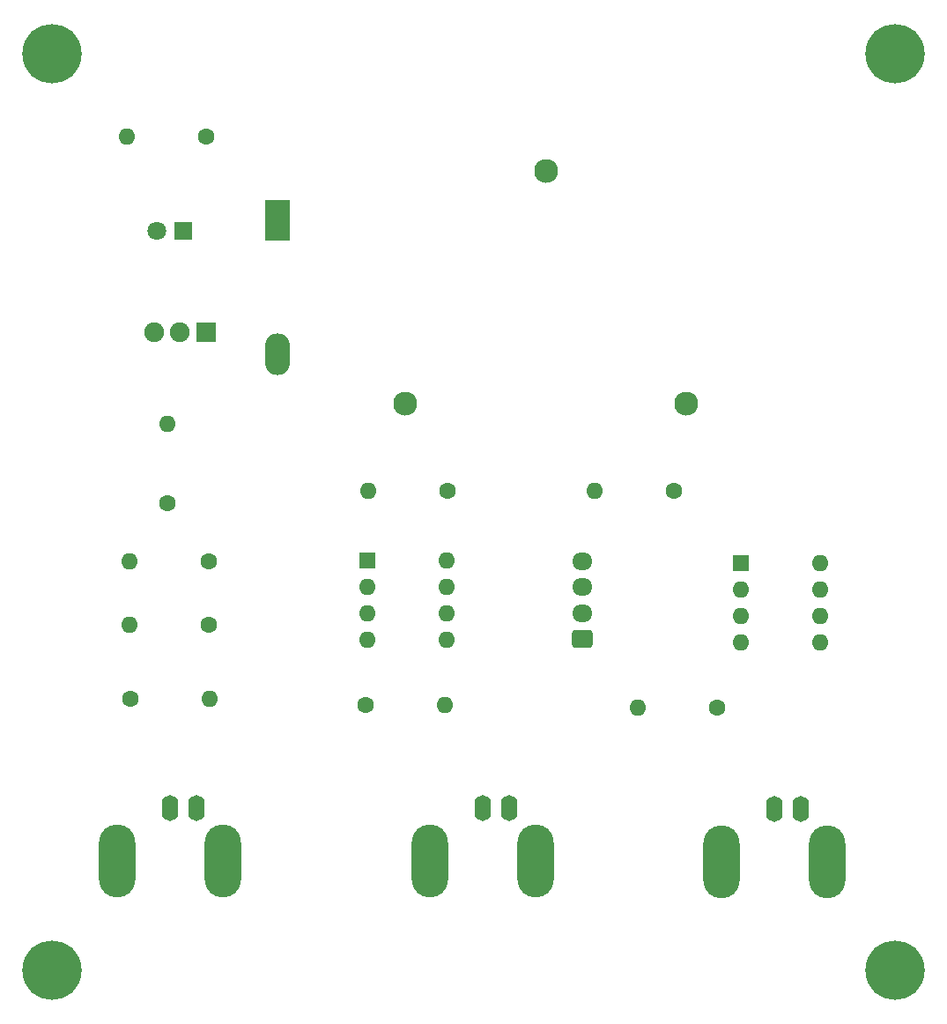
<source format=gts>
%TF.GenerationSoftware,KiCad,Pcbnew,7.0.11-7.0.11~ubuntu22.04.1*%
%TF.CreationDate,2025-04-04T19:28:45+02:00*%
%TF.ProjectId,signal-conditioning-pcb,7369676e-616c-42d6-936f-6e646974696f,v01*%
%TF.SameCoordinates,Original*%
%TF.FileFunction,Soldermask,Top*%
%TF.FilePolarity,Negative*%
%FSLAX46Y46*%
G04 Gerber Fmt 4.6, Leading zero omitted, Abs format (unit mm)*
G04 Created by KiCad (PCBNEW 7.0.11-7.0.11~ubuntu22.04.1) date 2025-04-04 19:28:45*
%MOMM*%
%LPD*%
G01*
G04 APERTURE LIST*
G04 Aperture macros list*
%AMRoundRect*
0 Rectangle with rounded corners*
0 $1 Rounding radius*
0 $2 $3 $4 $5 $6 $7 $8 $9 X,Y pos of 4 corners*
0 Add a 4 corners polygon primitive as box body*
4,1,4,$2,$3,$4,$5,$6,$7,$8,$9,$2,$3,0*
0 Add four circle primitives for the rounded corners*
1,1,$1+$1,$2,$3*
1,1,$1+$1,$4,$5*
1,1,$1+$1,$6,$7*
1,1,$1+$1,$8,$9*
0 Add four rect primitives between the rounded corners*
20,1,$1+$1,$2,$3,$4,$5,0*
20,1,$1+$1,$4,$5,$6,$7,0*
20,1,$1+$1,$6,$7,$8,$9,0*
20,1,$1+$1,$8,$9,$2,$3,0*%
G04 Aperture macros list end*
%ADD10C,5.700000*%
%ADD11C,2.300000*%
%ADD12R,2.410000X4.020000*%
%ADD13O,2.410000X4.020000*%
%ADD14O,1.600000X2.500000*%
%ADD15O,3.500000X7.000000*%
%ADD16C,1.600000*%
%ADD17O,1.600000X1.600000*%
%ADD18R,1.600000X1.600000*%
%ADD19R,1.900000X1.900000*%
%ADD20C,1.900000*%
%ADD21R,1.800000X1.800000*%
%ADD22C,1.800000*%
%ADD23RoundRect,0.250000X0.725000X-0.600000X0.725000X0.600000X-0.725000X0.600000X-0.725000X-0.600000X0*%
%ADD24O,1.950000X1.700000*%
G04 APERTURE END LIST*
D10*
%TO.C,Mount4*%
X180400000Y-126000000D03*
%TD*%
%TO.C,Mount2*%
X180400000Y-38000000D03*
%TD*%
%TO.C,Mount3*%
X99400000Y-126000000D03*
%TD*%
%TO.C,Mount1*%
X99400000Y-38000000D03*
%TD*%
D11*
%TO.C,BT1*%
X133370000Y-71600000D03*
X146860000Y-49250000D03*
X160340000Y-71600000D03*
D12*
X121080000Y-53980000D03*
D13*
X121080000Y-66860000D03*
%TD*%
D14*
%TO.C,J3*%
X110744000Y-110434000D03*
D15*
X115824000Y-115514000D03*
D14*
X113284000Y-110434000D03*
D15*
X105664000Y-115514000D03*
%TD*%
D14*
%TO.C,J1*%
X168824000Y-110514000D03*
D15*
X173904000Y-115594000D03*
D14*
X171364000Y-110514000D03*
D15*
X163744000Y-115594000D03*
%TD*%
D16*
%TO.C,R4*%
X106934000Y-99949000D03*
D17*
X114554000Y-99949000D03*
%TD*%
D16*
%TO.C,R8*%
X159131000Y-80010000D03*
D17*
X151511000Y-80010000D03*
%TD*%
D18*
%TO.C,U1*%
X165618000Y-86878000D03*
D17*
X165618000Y-89418000D03*
X165618000Y-91958000D03*
X165618000Y-94498000D03*
X173238000Y-94498000D03*
X173238000Y-91958000D03*
X173238000Y-89418000D03*
X173238000Y-86878000D03*
%TD*%
D16*
%TO.C,R6*%
X114427000Y-86741000D03*
D17*
X106807000Y-86741000D03*
%TD*%
D18*
%TO.C,U2*%
X129677000Y-86624000D03*
D17*
X129677000Y-89164000D03*
X129677000Y-91704000D03*
X129677000Y-94244000D03*
X137297000Y-94244000D03*
X137297000Y-91704000D03*
X137297000Y-89164000D03*
X137297000Y-86624000D03*
%TD*%
D16*
%TO.C,R2*%
X137414000Y-80010000D03*
D17*
X129794000Y-80010000D03*
%TD*%
D19*
%TO.C,S1*%
X114163000Y-64770000D03*
D20*
X111663000Y-64770000D03*
X109163000Y-64770000D03*
%TD*%
D16*
%TO.C,R9*%
X114173000Y-45974000D03*
D17*
X106553000Y-45974000D03*
%TD*%
D16*
%TO.C,R3*%
X110490000Y-81153000D03*
D17*
X110490000Y-73533000D03*
%TD*%
D16*
%TO.C,R5*%
X114427000Y-92837000D03*
D17*
X106807000Y-92837000D03*
%TD*%
D16*
%TO.C,R1*%
X163322000Y-100838000D03*
D17*
X155702000Y-100838000D03*
%TD*%
D16*
%TO.C,R7*%
X129540000Y-100584000D03*
D17*
X137160000Y-100584000D03*
%TD*%
D21*
%TO.C,D1*%
X112019000Y-54991000D03*
D22*
X109479000Y-54991000D03*
%TD*%
D23*
%TO.C,J5*%
X150368000Y-94234000D03*
D24*
X150368000Y-91734000D03*
X150368000Y-89234000D03*
X150368000Y-86734000D03*
%TD*%
D14*
%TO.C,J2*%
X140744000Y-110434000D03*
D15*
X145824000Y-115514000D03*
D14*
X143284000Y-110434000D03*
D15*
X135664000Y-115514000D03*
%TD*%
M02*

</source>
